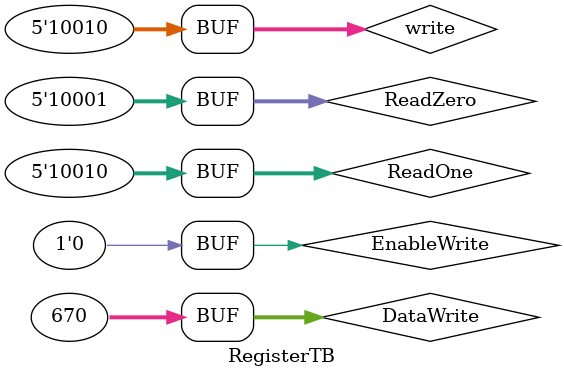
<source format=v>
`timescale 1ns / 1ps

module RegisterTB();
    reg [4:0] ReadZero;
    reg [4:0] ReadOne;
    reg [4:0] write;
    reg EnableWrite;
    reg [31:0] DataWrite;
    wire [31:0] Read_Data_One;
    wire [31:0] Read_Data_Two;
    RegisterFile RegTest(.read_address_0(ReadZero), .read_address_1(ReadOne), .write_address_0(write), .write_en(EnableWrite), .write_data(DataWrite), .read_data_0(Read_Data_One), .read_data_1(Read_Data_Two));
    initial begin
        ReadZero <= 10;
        ReadOne <= 15;
        EnableWrite <= 0;
        #10
        EnableWrite <= 1; 
        write <= 17;
        DataWrite <= 420;
        #10
        write <= 18;
        DataWrite <= 670;
        #10
        EnableWrite <= 0;
        ReadZero <= 17;    
        ReadOne <= 18;     
    end
endmodule

</source>
